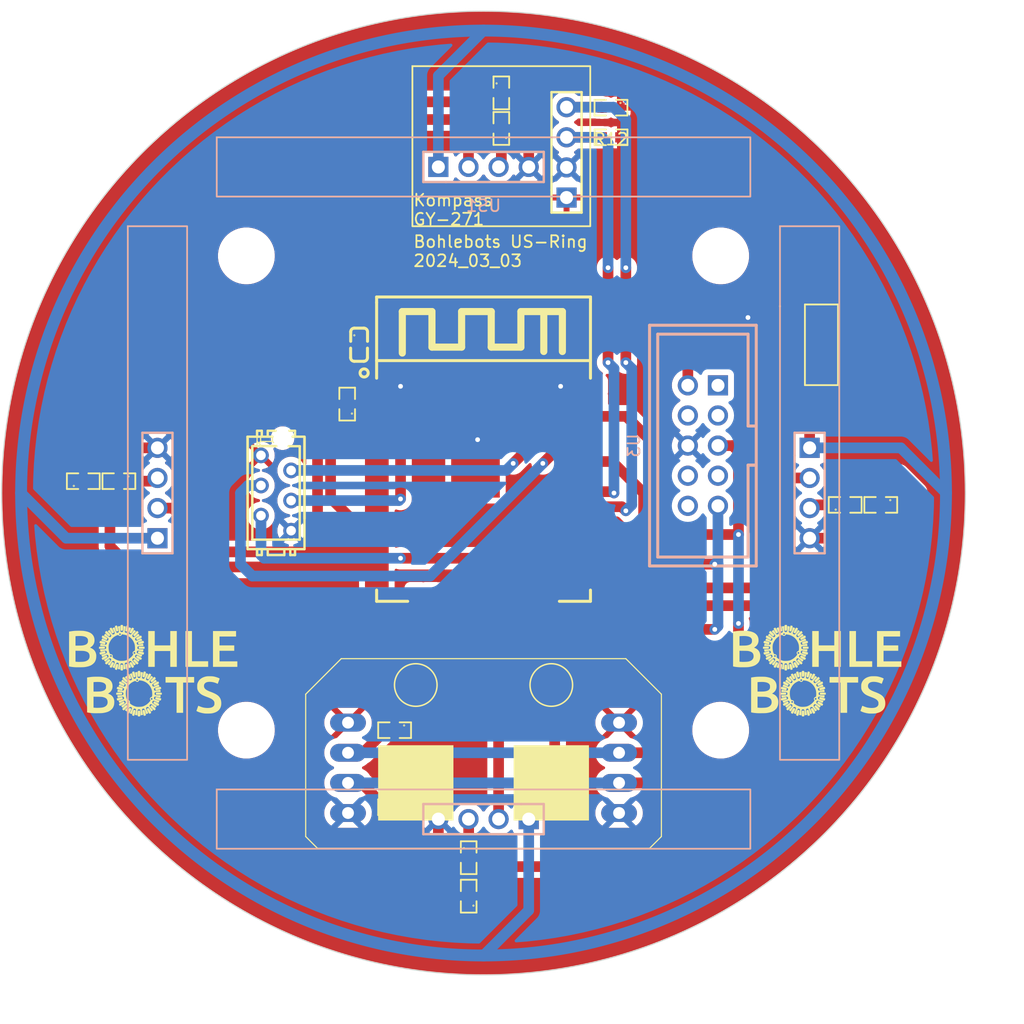
<source format=kicad_pcb>
(kicad_pcb (version 20240108) (generator "pcbnew") (generator_version "8.0")
  (layers (0 "F.Cu" signal) (31 "B.Cu" signal) (34 "B.Paste" user) (35 "F.Paste" user) (36 "B.SilkS" user "B.Silkscreen") (37 "F.SilkS" user "F.Silkscreen") (38 "B.Mask" user) (39 "F.Mask" user) (44 "Edge.Cuts" user))
  (net 0 "")
  (net 10 "Clock2")
  (net 13 "GND")
  (net 14 "+3.3V")
  (net 15 "EN")
  (net 16 "Boot")
  (net 17 "Data")
  (net 18 "RX")
  (net 19 "TX")
  (net 20 "Clock")
  (net 21 "Data2")
  (net 22 "Trigger1")
  (net 29 "Trigger2")
  (net 30 "Trigger3")
  (net 32 "Trigger4")
  (net 33 "Echo3")
  (net 34 "Echo2")
  (net 36 "+5V")
  (net 43 "Echo4")
  (net 44 "Echo1")
  (net 45 "Net-(R5-Pad1)")
  (net 46 "Net-(R6-Pad1)")
  (net 47 "Net-(R9-Pad1)")
  (net 48 "Net-(R11-Pad1)")
  (footprint "BohleBots:R0603" (layer "F.Cu") (at 160.753366 70 180)
    (property "Reference" "R13" (hide yes))
    (property "Value" "10k")
    (pad "1" smd rect (at -0.753366 0 180) (size 0.806477 0.864008) (layers "F.Cu" "F.Paste" "F.Mask") (net 14 "+3.3V"))
    (pad "2" smd rect (at 0.753366 0 180) (size 0.806477 0.864008) (layers "F.Cu" "F.Paste" "F.Mask") (net 10 "Clock2"))
  )
  (footprint "BohleBots:R0603" (layer "F.Cu") (at 160.746634 67.5 180)
    (property "Reference" "R12" (at 0 -2.660605 180) (layer "F.SilkS"))
    (property "Value" "10k")
    (pad "1" smd rect (at -0.753366 0 180) (size 0.806477 0.864008) (layers "F.Cu" "F.Paste" "F.Mask") (net 14 "+3.3V"))
    (pad "2" smd rect (at 0.753366 0 180) (size 0.806477 0.864008) (layers "F.Cu" "F.Paste" "F.Mask") (net 21 "Data2"))
  )
  (footprint "BohleBots:MICROMATCH-6" (layer "F.Cu") (at 132.5 100 90)
    (property "Reference" "X2" (hide yes))
    (property "Value" "MICROMATCH-6")
    (pad "" np_thru_hole circle (at 4.63 0.55 90) (size 1.5 1.5) (drill 1.5) (layers "*.Cu" "*.Mask"))
    (pad "1" thru_hole circle (at 3.175 -1.27 90) (size 1.3208 1.3208) (drill 0.8128) (layers "*.Cu" "*.Mask") (net 14 "+3.3V"))
    (pad "2" thru_hole circle (at 1.905 1.27 90) (size 1.3208 1.3208) (drill 0.8128) (layers "*.Cu" "*.Mask") (net 19 "TX"))
    (pad "3" thru_hole circle (at 0.635 -1.27 90) (size 1.3208 1.3208) (drill 0.8128) (layers "*.Cu" "*.Mask") (net 18 "RX"))
    (pad "4" thru_hole circle (at -0.635 1.27 90) (size 1.3208 1.3208) (drill 0.8128) (layers "*.Cu" "*.Mask") (net 15 "EN"))
    (pad "5" thru_hole circle (at -1.905 -1.27 90) (size 1.3208 1.3208) (drill 0.8128) (layers "*.Cu" "*.Mask") (net 16 "Boot"))
    (pad "6" thru_hole circle (at -3.175 1.27 90) (size 1.3208 1.3208) (drill 0.8128) (layers "*.Cu" "*.Mask") (net 13 "GND"))
  )
  (footprint "BohleBots:MountingHole_4.3mm_M4" (layer "F.Cu") (at 170 80)
    (property "Reference" "H2" (hide yes))
    (property "Value" "MountingHole")
    (pad "" np_thru_hole circle (at 0 0) (size 4.3 4.3) (drill 4.3) (layers "*.Cu" "*.Mask"))
  )
  (footprint "BohleBots:R0603" (layer "F.Cu") (at 151.5 69.253366 90)
    (property "Reference" "R11" (hide yes))
    (property "Value" "SMD-1K8")
    (pad "1" smd rect (at -0.753366 0 90) (size 0.806477 0.864008) (layers "F.Cu" "F.Paste" "F.Mask") (net 48 "Net-(R11-Pad1)"))
    (pad "2" smd rect (at 0.753366 0 90) (size 0.806477 0.864008) (layers "F.Cu" "F.Paste" "F.Mask") (net 44 "Echo1"))
  )
  (footprint "BohleBots:R0603" (layer "F.Cu") (at 138.5 92.5 90)
    (property "Reference" "R1" (hide yes))
    (property "Value" "10k")
    (pad "1" smd rect (at -0.753366 0 90) (size 0.806477 0.864008) (layers "F.Cu" "F.Paste" "F.Mask") (net 15 "EN"))
    (pad "2" smd rect (at 0.753366 0 90) (size 0.806477 0.864008) (layers "F.Cu" "F.Paste" "F.Mask") (net 14 "+3.3V"))
  )
  (footprint "BohleBots:R0603" (layer "F.Cu") (at 183.5 101 180)
    (property "Reference" "R7" (hide yes))
    (property "Value" "SMD-3K3")
    (pad "1" smd rect (at -0.753366 0 180) (size 0.806477 0.864008) (layers "F.Cu" "F.Paste" "F.Mask") (net 13 "GND"))
    (pad "2" smd rect (at 0.753366 0 180) (size 0.806477 0.864008) (layers "F.Cu" "F.Paste" "F.Mask") (net 34 "Echo2"))
  )
  (footprint "BohleBots:R0603" (layer "F.Cu") (at 142.5 120 180)
    (property "Reference" "R2" (at 0 -2.660605 180) (layer "F.SilkS"))
    (property "Value" "10k")
    (pad "1" smd rect (at -0.753366 0 180) (size 0.806477 0.864008) (layers "F.Cu" "F.Paste" "F.Mask") (net 14 "+3.3V"))
    (pad "2" smd rect (at 0.753366 0 180) (size 0.806477 0.864008) (layers "F.Cu" "F.Paste" "F.Mask") (net 17 "Data"))
  )
  (footprint "BohleBots:C0603" (layer "F.Cu") (at 139.5 87.5 -90)
    (property "Reference" "C2" (hide yes))
    (property "Value" "SMD-1uF")
    (pad "1" smd rect (at -0.700025 0 270) (size 0.8 0.9) (layers "F.Cu" "F.Paste" "F.Mask") (net 14 "+3.3V"))
    (pad "2" smd rect (at 0.700025 0 270) (size 0.8 0.9) (layers "F.Cu" "F.Paste" "F.Mask") (net 13 "GND"))
  )
  (footprint "BohleBots:logo_klein" (layer "F.Cu") (at 178 115)
    (property "Reference" "G***" (hide yes))
    (property "Value" "LOGO" (hide yes))
  )
  (footprint "BohleBots:logo_klein" (layer "F.Cu") (at 122 115)
    (property "Reference" "G***" (hide yes))
    (property "Value" "LOGO" (hide yes))
  )
  (footprint "BohleBots:MountingHole_4.3mm_M4" (layer "F.Cu") (at 130 80)
    (property "Reference" "H3" (hide yes))
    (property "Value" "MountingHole")
    (pad "" np_thru_hole circle (at 0 0) (size 4.3 4.3) (drill 4.3) (layers "*.Cu" "*.Mask"))
  )
  (footprint "BohleBots:SOT-223_L6.5-W3.5-P2.30-LS7.0-BR" (layer "F.Cu") (at 178.5 87.5 180)
    (property "Reference" "U2" (hide yes))
    (property "Value" "LM1117IMPX-3_3_NOPB")
    (pad "1" smd rect (at 2.857506 2.299975 180) (size 2.464999 1.050013) (layers "F.Cu" "F.Paste" "F.Mask") (net 13 "GND"))
    (pad "2" smd rect (at 2.857506 0 180) (size 2.464999 1.050013) (layers "F.Cu" "F.Paste" "F.Mask") (net 14 "+3.3V"))
    (pad "3" smd rect (at 2.857506 -2.299975 180) (size 2.464999 1.050013) (layers "F.Cu" "F.Paste" "F.Mask") (net 36 "+5V"))
    (pad "4" smd rect (at -2.857506 0 180) (size 2.464999 3.540005) (layers "F.Cu" "F.Paste" "F.Mask") (net 14 "+3.3V"))
  )
  (footprint "BohleBots:WIFIM-SMD_ESP32-WROOM-32-N4" (layer "F.Cu") (at 150 100)
    (property "Reference" "U1" (hide yes))
    (property "Value" "ESP32-WROOM-32")
    (pad "1" smd rect (at -9.000025 -9.005131) (size 2 0.9) (layers "F.Cu" "F.Paste" "F.Mask") (net 13 "GND"))
    (pad "2" smd rect (at -9.000025 -7.735128) (size 2 0.9) (layers "F.Cu" "F.Paste" "F.Mask") (net 14 "+3.3V"))
    (pad "3" smd rect (at -9.000025 -6.465126) (size 2 0.9) (layers "F.Cu" "F.Paste" "F.Mask") (net 15 "EN"))
    (pad "4" smd rect (at -9.000025 -5.195123) (size 2 0.9) (layers "F.Cu" "F.Paste" "F.Mask"))
    (pad "5" smd rect (at -9.000025 -3.925121) (size 2 0.9) (layers "F.Cu" "F.Paste" "F.Mask"))
    (pad "6" smd rect (at -9.000025 -2.655118) (size 2 0.9) (layers "F.Cu" "F.Paste" "F.Mask"))
    (pad "7" smd rect (at -9.000025 -1.385116) (size 2 0.9) (layers "F.Cu" "F.Paste" "F.Mask"))
    (pad "8" smd rect (at -9.000025 -0.115113) (size 2 0.9) (layers "F.Cu" "F.Paste" "F.Mask"))
    (pad "9" smd rect (at -9.000025 1.15489) (size 2 0.9) (layers "F.Cu" "F.Paste" "F.Mask"))
    (pad "10" smd rect (at -9.000025 2.424892) (size 2 0.9) (layers "F.Cu" "F.Paste" "F.Mask") (net 22 "Trigger1"))
    (pad "11" smd rect (at -9.000025 3.694895) (size 2 0.9) (layers "F.Cu" "F.Paste" "F.Mask") (net 44 "Echo1"))
    (pad "12" smd rect (at -9.000025 4.964897) (size 2 0.9) (layers "F.Cu" "F.Paste" "F.Mask") (net 32 "Trigger4"))
    (pad "13" smd rect (at -9.000025 6.2349) (size 2 0.9) (layers "F.Cu" "F.Paste" "F.Mask") (net 43 "Echo4"))
    (pad "14" smd rect (at -9.000025 7.504902) (size 2 0.9) (layers "F.Cu" "F.Paste" "F.Mask"))
    (pad "15" smd rect (at -5.715037 9.005029 270) (size 2 0.9) (layers "F.Cu" "F.Paste" "F.Mask"))
    (pad "16" smd rect (at -4.445034 9.005029 270) (size 2 0.9) (layers "F.Cu" "F.Paste" "F.Mask"))
    (pad "17" smd rect (at -3.175032 9.005029 270) (size 2 0.9) (layers "F.Cu" "F.Paste" "F.Mask"))
    (pad "18" smd rect (at -1.905029 9.005029 270) (size 2 0.9) (layers "F.Cu" "F.Paste" "F.Mask"))
    (pad "19" smd rect (at -0.635027 9.005029 270) (size 2 0.9) (layers "F.Cu" "F.Paste" "F.Mask"))
    (pad "20" smd rect (at 0.634976 9.005029 270) (size 2 0.9) (layers "F.Cu" "F.Paste" "F.Mask"))
    (pad "21" smd rect (at 1.904978 9.005029 270) (size 2 0.9) (layers "F.Cu" "F.Paste" "F.Mask"))
    (pad "22" smd rect (at 3.174981 9.005029 270) (size 2 0.9) (layers "F.Cu" "F.Paste" "F.Mask"))
    (pad "23" smd rect (at 4.444983 9.005029 270) (size 2 0.9) (layers "F.Cu" "F.Paste" "F.Mask"))
    (pad "24" smd rect (at 5.714986 9.005029 270) (size 2 0.9) (layers "F.Cu" "F.Paste" "F.Mask"))
    (pad "25" smd rect (at 8.999975 7.504902) (size 2 0.9) (layers "F.Cu" "F.Paste" "F.Mask") (net 16 "Boot"))
    (pad "26" smd rect (at 8.999975 6.2349) (size 2 0.9) (layers "F.Cu" "F.Paste" "F.Mask") (net 30 "Trigger3"))
    (pad "27" smd rect (at 8.999975 4.964897) (size 2 0.9) (layers "F.Cu" "F.Paste" "F.Mask") (net 33 "Echo3"))
    (pad "28" smd rect (at 8.999975 3.694895) (size 2 0.9) (layers "F.Cu" "F.Paste" "F.Mask") (net 34 "Echo2"))
    (pad "29" smd rect (at 8.999975 2.424892) (size 2 0.9) (layers "F.Cu" "F.Paste" "F.Mask") (net 29 "Trigger2"))
    (pad "30" smd rect (at 8.999975 1.15489) (size 2 0.9) (layers "F.Cu" "F.Paste" "F.Mask") (net 21 "Data2"))
    (pad "31" smd rect (at 8.999975 -0.115113) (size 2 0.9) (layers "F.Cu" "F.Paste" "F.Mask") (net 10 "Clock2"))
    (pad "32" smd rect (at 8.999975 -1.385116) (size 2 0.9) (layers "F.Cu" "F.Paste" "F.Mask"))
    (pad "33" smd rect (at 8.999975 -2.655118) (size 2 0.9) (layers "F.Cu" "F.Paste" "F.Mask") (net 17 "Data"))
    (pad "34" smd rect (at 8.999975 -3.925121) (size 2 0.9) (layers "F.Cu" "F.Paste" "F.Mask") (net 18 "RX"))
    (pad "35" smd rect (at 8.999975 -5.195123) (size 2 0.9) (layers "F.Cu" "F.Paste" "F.Mask") (net 19 "TX"))
    (pad "36" smd rect (at 8.999975 -6.465126) (size 2 0.9) (layers "F.Cu" "F.Paste" "F.Mask") (net 20 "Clock"))
    (pad "37" smd rect (at 8.999975 -7.735128) (size 2 0.9) (layers "F.Cu" "F.Paste" "F.Mask"))
    (pad "38" smd rect (at 8.999975 -9.005131) (size 2 0.9) (layers "F.Cu" "F.Paste" "F.Mask") (net 13 "GND"))
    (pad "39" smd rect (at -0.679985 -1.66477) (size 4.1 4.1) (layers "F.Cu" "F.Paste" "F.Mask") (net 13 "GND"))
  )
  (footprint "BohleBots:R0603" (layer "F.Cu") (at 119.246634 99 180)
    (property "Reference" "R9" (hide yes))
    (property "Value" "SMD-1K8")
    (pad "1" smd rect (at -0.753366 0 180) (size 0.806477 0.864008) (layers "F.Cu" "F.Paste" "F.Mask") (net 47 "Net-(R9-Pad1)"))
    (pad "2" smd rect (at 0.753366 0 180) (size 0.806477 0.864008) (layers "F.Cu" "F.Paste" "F.Mask") (net 43 "Echo4"))
  )
  (footprint "BohleBots:R0603" (layer "F.Cu") (at 151.5 66.253366 -90)
    (property "Reference" "R10" (hide yes))
    (property "Value" "SMD-3K3")
    (pad "1" smd rect (at -0.753366 0 270) (size 0.806477 0.864008) (layers "F.Cu" "F.Paste" "F.Mask") (net 13 "GND"))
    (pad "2" smd rect (at 0.753366 0 270) (size 0.806477 0.864008) (layers "F.Cu" "F.Paste" "F.Mask") (net 44 "Echo1"))
  )
  (footprint "BohleBots:R0603" (layer "F.Cu") (at 180.5 101)
    (property "Reference" "R6" (hide yes))
    (property "Value" "SMD-1K8")
    (pad "1" smd rect (at -0.753366 0) (size 0.806477 0.864008) (layers "F.Cu" "F.Paste" "F.Mask") (net 46 "Net-(R6-Pad1)"))
    (pad "2" smd rect (at 0.753366 0) (size 0.806477 0.864008) (layers "F.Cu" "F.Paste" "F.Mask") (net 34 "Echo2"))
  )
  (footprint "BohleBots:MountingHole_4.3mm_M4" (layer "F.Cu") (at 170 120)
    (property "Reference" "H4" (hide yes))
    (property "Value" "MountingHole")
    (pad "" np_thru_hole circle (at 0 0) (size 4.3 4.3) (drill 4.3) (layers "*.Cu" "*.Mask"))
  )
  (footprint "BohleBots:R0603" (layer "F.Cu") (at 148.746634 134 90)
    (property "Reference" "R4" (hide yes))
    (property "Value" "SMD-3K3")
    (pad "1" smd rect (at -0.753366 0 90) (size 0.806477 0.864008) (layers "F.Cu" "F.Paste" "F.Mask") (net 13 "GND"))
    (pad "2" smd rect (at 0.753366 0 90) (size 0.806477 0.864008) (layers "F.Cu" "F.Paste" "F.Mask") (net 33 "Echo3"))
  )
  (footprint "BohleBots:R0603" (layer "F.Cu") (at 142.5 126.5 180)
    (property "Reference" "R3" (hide yes))
    (property "Value" "10k")
    (pad "1" smd rect (at -0.753366 0 180) (size 0.806477 0.864008) (layers "F.Cu" "F.Paste" "F.Mask") (net 14 "+3.3V"))
    (pad "2" smd rect (at 0.753366 0 180) (size 0.806477 0.864008) (layers "F.Cu" "F.Paste" "F.Mask") (net 20 "Clock"))
  )
  (footprint "BohleBots:HDR-TH_4P-P2.54-V-M-1" (layer "F.Cu") (at 157 71.270003 90)
    (property "Reference" "Komp1" (hide yes))
    (property "Value" "Pinhead_1x04V")
    (pad "1" thru_hole rect (at -3.810008 0 90) (size 1.7 1.7) (drill 1.100025) (layers "*.Cu" "*.Mask") (net 14 "+3.3V"))
    (pad "2" thru_hole circle (at -1.270003 0 90) (size 1.7 1.7) (drill 1.100025) (layers "*.Cu" "*.Mask") (net 13 "GND"))
    (pad "3" thru_hole circle (at 1.270003 0 90) (size 1.7 1.7) (drill 1.100025) (layers "*.Cu" "*.Mask") (net 10 "Clock2"))
    (pad "4" thru_hole circle (at 3.810008 0 90) (size 1.7 1.7) (drill 1.100025) (layers "*.Cu" "*.Mask") (net 21 "Data2"))
  )
  (footprint "BohleBots:R0603" (layer "F.Cu") (at 148.746634 130.753366 -90)
    (property "Reference" "R5" (hide yes))
    (property "Value" "SMD-1K8")
    (pad "1" smd rect (at -0.753366 0 270) (size 0.806477 0.864008) (layers "F.Cu" "F.Paste" "F.Mask") (net 45 "Net-(R5-Pad1)"))
    (pad "2" smd rect (at 0.753366 0 270) (size 0.806477 0.864008) (layers "F.Cu" "F.Paste" "F.Mask") (net 33 "Echo3"))
  )
  (footprint "BohleBots:TASTER_LED" (layer "F.Cu") (at 150 120)
    (property "Reference" "Taster_LED1" (hide yes))
    (property "Value" "~" (hide yes))
    (pad "1" thru_hole oval (at -11.43 -0.635) (size 3.016 1.508) (drill 1) (layers "*.Cu" "*.Mask") (net 14 "+3.3V"))
    (pad "2" thru_hole oval (at -11.43 1.905) (size 3.016 1.508) (drill 1) (layers "*.Cu" "*.Mask") (net 17 "Data"))
    (pad "3" thru_hole oval (at -11.43 4.445) (size 3.016 1.508) (drill 1) (layers "*.Cu" "*.Mask") (net 20 "Clock"))
    (pad "4" thru_hole oval (at -11.43 6.985) (size 3.016 1.508) (drill 1) (layers "*.Cu" "*.Mask") (net 13 "GND"))
    (pad "5" thru_hole oval (at 11.43 6.985) (size 3.016 1.508) (drill 1) (layers "*.Cu" "*.Mask") (net 13 "GND"))
    (pad "6" thru_hole oval (at 11.43 4.445) (size 3.016 1.508) (drill 1) (layers "*.Cu" "*.Mask") (net 20 "Clock"))
    (pad "7" thru_hole oval (at 11.43 1.905) (size 3.016 1.508) (drill 1) (layers "*.Cu" "*.Mask") (net 17 "Data"))
    (pad "8" thru_hole oval (at 11.43 -0.635) (size 3.016 1.508) (drill 1) (layers "*.Cu" "*.Mask") (net 14 "+3.3V"))
  )
  (footprint "BohleBots:R0603" (layer "F.Cu") (at 116.246634 99)
    (property "Reference" "R8" (hide yes))
    (property "Value" "SMD-3K3")
    (pad "1" smd rect (at -0.753366 0) (size 0.806477 0.864008) (layers "F.Cu" "F.Paste" "F.Mask") (net 13 "GND"))
    (pad "2" smd rect (at 0.753366 0) (size 0.806477 0.864008) (layers "F.Cu" "F.Paste" "F.Mask") (net 43 "Echo4"))
  )
  (footprint "BohleBots:MountingHole_4.3mm_M4" (layer "F.Cu") (at 130 120)
    (property "Reference" "H1" (hide yes))
    (property "Value" "MountingHole")
    (pad "" np_thru_hole circle (at 0 0) (size 4.3 4.3) (drill 4.3) (layers "*.Cu" "*.Mask"))
  )
  (footprint "BohleBots:HDR-TH_4P-P2.54-V-M-1" (layer "B.Cu") (at 122.5 100 90)
    (property "Reference" "US4" (hide yes))
    (property "Value" "Pinhead_1x04V")
    (pad "1" thru_hole rect (at -3.810008 0 90) (size 1.7 1.7) (drill 1.100025) (layers "*.Cu" "*.Mask") (net 36 "+5V"))
    (pad "2" thru_hole circle (at -1.270003 0 90) (size 1.7 1.7) (drill 1.100025) (layers "*.Cu" "*.Mask") (net 32 "Trigger4"))
    (pad "3" thru_hole circle (at 1.270003 0 90) (size 1.7 1.7) (drill 1.100025) (layers "*.Cu" "*.Mask") (net 47 "Net-(R9-Pad1)"))
    (pad "4" thru_hole circle (at 3.810008 0 90) (size 1.7 1.7) (drill 1.100025) (layers "*.Cu" "*.Mask") (net 13 "GND"))
  )
  (footprint "BohleBots:HDR-TH_4P-P2.54-V-M-1" (layer "B.Cu") (at 177.5 100 -90)
    (property "Reference" "US2" (hide yes))
    (property "Value" "Pinhead_1x04V")
    (pad "1" thru_hole rect (at -3.810008 0 270) (size 1.7 1.7) (drill 1.100025) (layers "*.Cu" "*.Mask") (net 36 "+5V"))
    (pad "2" thru_hole circle (at -1.270003 0 270) (size 1.7 1.7) (drill 1.100025) (layers "*.Cu" "*.Mask") (net 29 "Trigger2"))
    (pad "3" thru_hole circle (at 1.270003 0 270) (size 1.7 1.7) (drill 1.100025) (layers "*.Cu" "*.Mask") (net 46 "Net-(R6-Pad1)"))
    (pad "4" thru_hole circle (at 3.810008 0 270) (size 1.7 1.7) (drill 1.100025) (layers "*.Cu" "*.Mask") (net 13 "GND"))
  )
  (footprint "BohleBots:HDR-TH_10P-P2.54-V-F-R2-C5-S2.54-5" (layer "B.Cu") (at 168.5 96 -90)
    (property "Reference" "U3" (at 0 5.810008 90) (layer "B.SilkS") (effects (justify mirror)))
    (property "Value" "Pfostenstecker_10_2x5")
    (pad "1" thru_hole rect (at -5.08001 -1.270003 270) (size 1.7 1.7) (drill 1.100025) (layers "*.Cu" "*.Mask"))
    (pad "2" thru_hole circle (at -5.08001 1.270003 270) (size 1.7 1.7) (drill 1.100025) (layers "*.Cu" "*.Mask") (net 36 "+5V"))
    (pad "3" thru_hole circle (at -2.540005 -1.270003 270) (size 1.7 1.7) (drill 1.100025) (layers "*.Cu" "*.Mask"))
    (pad "4" thru_hole circle (at -2.540005 1.270003 270) (size 1.7 1.7) (drill 1.100025) (layers "*.Cu" "*.Mask"))
    (pad "5" thru_hole circle (at 0 -1.270003 270) (size 1.7 1.7) (drill 1.100025) (layers "*.Cu" "*.Mask") (net 20 "Clock"))
    (pad "6" thru_hole circle (at 0 1.270003 270) (size 1.7 1.7) (drill 1.100025) (layers "*.Cu" "*.Mask") (net 13 "GND"))
    (pad "7" thru_hole circle (at 2.540005 -1.270003 270) (size 1.7 1.7) (drill 1.100025) (layers "*.Cu" "*.Mask"))
    (pad "8" thru_hole circle (at 2.540005 1.270003 270) (size 1.7 1.7) (drill 1.100025) (layers "*.Cu" "*.Mask"))
    (pad "9" thru_hole circle (at 5.08001 -1.270003 270) (size 1.7 1.7) (drill 1.100025) (layers "*.Cu" "*.Mask") (net 17 "Data"))
    (pad "10" thru_hole circle (at 5.08001 1.270003 270) (size 1.7 1.7) (drill 1.100025) (layers "*.Cu" "*.Mask"))
  )
  (footprint "BohleBots:HDR-TH_4P-P2.54-V-M-1" (layer "B.Cu") (at 150 127.5 180)
    (property "Reference" "US3" (hide yes))
    (property "Value" "Pinhead_1x04V")
    (pad "1" thru_hole rect (at -3.810008 0 180) (size 1.7 1.7) (drill 1.100025) (layers "*.Cu" "*.Mask") (net 36 "+5V"))
    (pad "2" thru_hole circle (at -1.270003 0 180) (size 1.7 1.7) (drill 1.100025) (layers "*.Cu" "*.Mask") (net 30 "Trigger3"))
    (pad "3" thru_hole circle (at 1.270003 0 180) (size 1.7 1.7) (drill 1.100025) (layers "*.Cu" "*.Mask") (net 45 "Net-(R5-Pad1)"))
    (pad "4" thru_hole circle (at 3.810008 0 180) (size 1.7 1.7) (drill 1.100025) (layers "*.Cu" "*.Mask") (net 13 "GND"))
  )
  (footprint "BohleBots:HDR-TH_4P-P2.54-V-M-1" (layer "B.Cu") (at 150 72.5)
    (property "Reference" "US1" (at 0 3.270003 0) (layer "B.SilkS") (effects (justify mirror)))
    (property "Value" "Pinhead_1x04V")
    (pad "1" thru_hole rect (at -3.810008 0) (size 1.7 1.7) (drill 1.100025) (layers "*.Cu" "*.Mask") (net 36 "+5V"))
    (pad "2" thru_hole circle (at -1.270003 0) (size 1.7 1.7) (drill 1.100025) (layers "*.Cu" "*.Mask") (net 22 "Trigger1"))
    (pad "3" thru_hole circle (at 1.270003 0) (size 1.7 1.7) (drill 1.100025) (layers "*.Cu" "*.Mask") (net 48 "Net-(R11-Pad1)"))
    (pad "4" thru_hole circle (at 3.810008 0) (size 1.7 1.7) (drill 1.100025) (layers "*.Cu" "*.Mask") (net 13 "GND"))
  )
  (gr_arc (start 189 100) (mid 177.577164 127.577164) (end 150 139) (stroke (width 1)) (layer "B.Cu") (net 36))
  (gr_arc (start 150 139) (mid 122.422836 127.577164) (end 111 100) (stroke (width 1)) (layer "B.Cu") (net 36))
  (gr_arc (start 150 61) (mid 177.577164 72.422836) (end 189 100) (stroke (width 1)) (layer "B.Cu") (net 36))
  (gr_arc (start 111 100) (mid 122.422836 72.422836) (end 150 61) (stroke (width 1)) (layer "B.Cu") (net 36))
  (gr_rect (start 127.5 70) (end 172.5 75) (stroke (width 0.15)) (fill none) (layer "B.SilkS"))
  (gr_rect (start 127.5 125) (end 172.5 130) (stroke (width 0.15)) (fill none) (layer "B.SilkS"))
  (gr_rect (start 175 77.5) (end 180 122.5) (stroke (width 0.15)) (fill none) (layer "B.SilkS"))
  (gr_rect (start 120 77.5) (end 125 122.5) (stroke (width 0.15)) (fill none) (layer "B.SilkS"))
  (gr_rect (start 144 64) (end 159 77.5) (stroke (width 0.15)) (fill none) (layer "F.SilkS"))
  (gr_circle (center 150 100) (end 190.64 100) (stroke (width 0.1)) (fill none) (layer "Edge.Cuts"))
  (gr_text "Bohlebots US-Ring\n2024_03_03" (at 144 81 0) (layer "F.SilkS") (effects (font (size 1 1)) (justify left bottom)))
  (gr_text "Kompass\nGY-271" (at 144 77.5 0) (layer "F.SilkS") (effects (font (size 1 1)) (justify left bottom)))
  (segment (start 157 70) (end 160 70) (width 0.9) (layer "F.Cu") (net 10))
  (segment (start 160.884887 99.884887) (end 161 100) (width 0.9) (layer "F.Cu") (net 10))
  (segment (start 158.999975 99.884887) (end 160.884887 99.884887) (width 0.9) (layer "F.Cu") (net 10))
  (segment (start 160.5 81) (end 160.5 89) (width 0.9) (layer "F.Cu") (net 10))
  (via (at 160.5 89) (size 0.8) (drill 0.4) (layers "F.Cu" "B.Cu") (net 10))
  (via (at 161 100) (size 0.8) (drill 0.4) (layers "F.Cu" "B.Cu") (net 10))
  (via (at 160.5 81) (size 0.8) (drill 0.4) (layers "F.Cu" "B.Cu") (net 10))
  (segment (start 157 70) (end 160 70) (width 0.9) (layer "B.Cu") (net 10))
  (segment (start 161 100) (end 161 89.5) (width 0.9) (layer "B.Cu") (net 10))
  (segment (start 160.5 70.5) (end 160.5 81) (width 0.9) (layer "B.Cu") (net 10))
  (segment (start 160 70) (end 160.5 70.5) (width 0.9) (layer "B.Cu") (net 10))
  (segment (start 161 89.5) (end 160.5 89) (width 0.9) (layer "B.Cu") (net 10))
  (segment (start 152.832004 65.5) (end 151.5 65.5) (width 0.9) (layer "F.Cu") (net 13))
  (segment (start 149.320015 95.679985) (end 149.5 95.5) (width 0.9) (layer "F.Cu") (net 13))
  (segment (start 182.775362 103.810008) (end 184.253366 102.332004) (width 0.9) (layer "F.Cu") (net 13))
  (segment (start 116.971272 96.189992) (end 115.493268 97.667996) (width 0.9) (layer "F.Cu") (net 13))
  (segment (start 140.999975 89.2) (end 140 88.200025) (width 0.9) (layer "F.Cu") (net 13))
  (segment (start 140.999975 90.994869) (end 142.994869 90.994869) (width 0.9) (layer "F.Cu") (net 13))
  (segment (start 175.642494 85.200025) (end 172.299975 85.200025) (width 0.9) (layer "F.Cu") (net 13))
  (segment (start 140.999975 90.994869) (end 140.999975 89.2) (width 0.9) (layer "F.Cu") (net 13))
  (segment (start 153.810008 66.478004) (end 152.832004 65.5) (width 0.9) (layer "F.Cu") (net 13))
  (segment (start 146.189992 133.528728) (end 147.41463 134.753366) (width 0.9) (layer "F.Cu") (net 13))
  (segment (start 177.5 103.810008) (end 182.775362 103.810008) (width 0.9) (layer "F.Cu") (net 13))
  (segment (start 146.189992 127.5) (end 146.189992 133.528728) (width 0.9) (layer "F.Cu") (net 13))
  (segment (start 122.5 96.189992) (end 116.971272 96.189992) (width 0.9) (layer "F.Cu") (net 13))
  (segment (start 184.253366 102.332004) (end 184.253366 101) (width 0.9) (layer "F.Cu") (net 13))
  (segment (start 147.41463 134.753366) (end 148.746634 134.753366) (width 0.9) (layer "F.Cu") (net 13))
  (segment (start 115.493268 97.667996) (end 115.493268 99) (width 0.9) (layer "F.Cu") (net 13))
  (segment (start 153.810008 72.5) (end 153.810008 66.478004) (width 0.9) (layer "F.Cu") (net 13))
  (segment (start 156.505131 90.994869) (end 156.5 91) (width 0.9) (layer "F.Cu") (net 13))
  (segment (start 149.320015 98.33523) (end 149.320015 95.679985) (width 0.9) (layer "F.Cu") (net 13))
  (segment (start 158.999975 90.994869) (end 156.505131 90.994869) (width 0.9) (layer "F.Cu") (net 13))
  (segment (start 142.994869 90.994869) (end 143 91) (width 0.9) (layer "F.Cu") (net 13))
  (via (at 149.5 95.5) (size 0.8) (drill 0.4) (layers "F.Cu" "B.Cu") (net 13))
  (via (at 143 91) (size 0.8) (drill 0.4) (layers "F.Cu" "B.Cu") (net 13))
  (via (at 172.299975 85.200025) (size 0.8) (drill 0.4) (layers "F.Cu" "B.Cu") (net 13))
  (via (at 156.5 91) (size 0.8) (drill 0.4) (layers "F.Cu" "B.Cu") (net 13))
  (segment (start 143.764872 92.264872) (end 144 92.5) (width 0.9) (layer "F.Cu") (net 14))
  (segment (start 140.999975 92.264872) (end 143.764872 92.264872) (width 0.9) (layer "F.Cu") (net 14))
  (segment (start 142.479972 93.534874) (end 143 94.054902) (width 0.9) (layer "F.Cu") (net 15))
  (segment (start 143 94.054902) (end 143 100.5) (width 0.9) (layer "F.Cu") (net 15))
  (segment (start 140.999975 93.534874) (end 142.479972 93.534874) (width 0.9) (layer "F.Cu") (net 15))
  (segment (start 140.999975 93.534874) (end 138.781508 93.534874) (width 0.9) (layer "F.Cu") (net 15))
  (segment (start 138.781508 93.534874) (end 138.5 93.253366) (width 0.9) (layer "F.Cu") (net 15))
  (via (at 143 100.5) (size 0.8) (drill 0.4) (layers "F.Cu" "B.Cu") (net 15))
  (segment (start 142.865 100.635) (end 143 100.5) (width 0.9) (layer "B.Cu") (net 15))
  (segment (start 133.77 100.635) (end 142.865 100.635) (width 0.9) (layer "B.Cu") (net 15))
  (segment (start 155.5 105.5) (end 157.504902 107.504902) (width 0.9) (layer "F.Cu") (net 16))
  (segment (start 143 105.5) (end 155.5 105.5) (width 0.9) (layer "F.Cu") (net 16))
  (segment (start 157.504902 107.504902) (end 158.999975 107.504902) (width 0.9) (layer "F.Cu") (net 16))
  (via (at 143 105.5) (size 0.8) (drill 0.4) (layers "F.Cu" "B.Cu") (net 16))
  (segment (start 131.23 105.23) (end 131.5 105.5) (width 0.9) (layer "B.Cu") (net 16))
  (segment (start 131.5 105.5) (end 143 105.5) (width 0.9) (layer "B.Cu") (net 16))
  (segment (start 131.23 101.905) (end 131.23 105.23) (width 0.9) (layer "B.Cu") (net 16))
  (segment (start 164 113.5) (end 166 111.5) (width 0.9) (layer "F.Cu") (net 17))
  (segment (start 166.5 106) (end 169.5 106) (width 0.9) (layer "F.Cu") (net 17))
  (segment (start 160.844882 97.344882) (end 163.5 100) (width 0.9) (layer "F.Cu") (net 17))
  (segment (start 163.5 100) (end 163.5 103) (width 0.9) (layer "F.Cu") (net 17))
  (segment (start 161.43 121.905) (end 163.595 121.905) (width 0.9) (layer "F.Cu") (net 17))
  (segment (start 141.746634 120) (end 139.841634 121.905) (width 0.9) (layer "F.Cu") (net 17))
  (segment (start 163.5 103) (end 166.5 106) (width 0.9) (layer "F.Cu") (net 17))
  (segment (start 164 121.5) (end 164 113.5) (width 0.9) (layer "F.Cu") (net 17))
  (segment (start 139.841634 121.905) (end 138.57 121.905) (width 0.9) (layer "F.Cu") (net 17))
  (segment (start 166 111.5) (end 169.5 111.5) (width 0.9) (layer "F.Cu") (net 17))
  (segment (start 163.595 121.905) (end 164 121.5) (width 0.9) (layer "F.Cu") (net 17))
  (segment (start 158.999975 97.344882) (end 160.844882 97.344882) (width 0.9) (layer "F.Cu") (net 17))
  (via (at 169.5 111.5) (size 0.8) (drill 0.4) (layers "F.Cu" "B.Cu") (net 17))
  (via (at 169.5 106) (size 0.8) (drill 0.4) (layers "F.Cu" "B.Cu") (net 17))
  (segment (start 169.770003 106) (end 169.770003 111.229997) (width 0.9) (layer "B.Cu") (net 17))
  (segment (start 169.770003 101.08001) (end 169.770003 106) (width 0.9) (layer "B.Cu") (net 17))
  (segment (start 161.43 121.905) (end 138.57 121.905) (width 0.9) (layer "B.Cu") (net 17))
  (segment (start 169.5 106) (end 169.770003 106) (width 0.9) (layer "B.Cu") (net 17))
  (segment (start 169.770003 111.229997) (end 169.5 111.5) (width 0.9) (layer "B.Cu") (net 17))
  (segment (start 158.999975 96.074879) (end 156.425121 96.074879) (width 0.9) (layer "F.Cu") (net 18))
  (segment (start 156.425121 96.074879) (end 155 97.5) (width 0.9) (layer "F.Cu") (net 18))
  (via (at 155 97.5) (size 0.8) (drill 0.4) (layers "F.Cu" "B.Cu") (net 18))
  (segment (start 130.5 107) (end 145.5 107) (width 0.9) (layer "B.Cu") (net 18))
  (segment (start 130.135 99.365) (end 129.5 100) (width 0.9) (layer "B.Cu") (net 18))
  (segment (start 129.5 106) (end 130.5 107) (width 0.9) (layer "B.Cu") (net 18))
  (segment (start 131.23 99.365) (end 130.135 99.365) (width 0.9) (layer "B.Cu") (net 18))
  (segment (start 145.5 107) (end 155 97.5) (width 0.9) (layer "B.Cu") (net 18))
  (segment (start 129.5 100) (end 129.5 106) (width 0.9) (layer "B.Cu") (net 18))
  (segment (start 158.999975 94.804877) (end 155.195123 94.804877) (width 0.9) (layer "F.Cu") (net 19))
  (segment (start 155.195123 94.804877) (end 152.5 97.5) (width 0.9) (layer "F.Cu") (net 19))
  (via (at 152.5 97.5) (size 0.8) (drill 0.4) (layers "F.Cu" "B.Cu") (net 19))
  (segment (start 151.905 98.095) (end 152.5 97.5) (width 0.9) (layer "B.Cu") (net 19))
  (segment (start 133.77 98.095) (end 151.905 98.095) (width 0.9) (layer "B.Cu") (net 19))
  (segment (start 139.691634 124.445) (end 138.57 124.445) (width 0.9) (layer "F.Cu") (net 20))
  (segment (start 170.5 113.5) (end 166.5 113.5) (width 0.9) (layer "F.Cu") (net 20))
  (segment (start 165.1 123.4) (end 164.055 124.445) (width 0.9) (layer "F.Cu") (net 20))
  (segment (start 166 103.5) (end 171.5 103.5) (width 0.9) (layer "F.Cu") (net 20))
  (segment (start 169.770003 96) (end 171 96) (width 0.9) (layer "F.Cu") (net 20))
  (segment (start 165.1 114.9) (end 165.1 123.4) (width 0.9) (layer "F.Cu") (net 20))
  (segment (start 162.034874 93.534874) (end 165 96.5) (width 0.9) (layer "F.Cu") (net 20))
  (segment (start 171.5 96.5) (end 171.5 103.5) (width 0.9) (layer "F.Cu") (net 20))
  (segment (start 171.5 111) (end 171.5 112.5) (width 0.9) (layer "F.Cu") (net 20))
  (segment (start 141.746634 126.5) (end 139.691634 124.445) (width 0.9) (layer "F.Cu") (net 20))
  (segment (start 166.5 113.5) (end 165.1 114.9) (width 0.9) (layer "F.Cu") (net 20))
  (segment (start 165 96.5) (end 165 102.5) (width 0.9) (layer "F.Cu") (net 20))
  (segment (start 171 96) (end 171.5 96.5) (width 0.9) (layer "F.Cu") (net 20))
  (segment (start 158.999975 93.534874) (end 162.034874 93.534874) (width 0.9) (layer "F.Cu") (net 20))
  (segment (start 164.055 124.445) (end 161.43 124.445) (width 0.9) (layer "F.Cu") (net 20))
  (segment (start 171.5 112.5) (end 170.5 113.5) (width 0.9) (layer "F.Cu") (net 20))
  (segment (start 165 102.5) (end 166 103.5) (width 0.9) (layer "F.Cu") (net 20))
  (via (at 171.5 103.5) (size 0.8) (drill 0.4) (layers "F.Cu" "B.Cu") (net 20))
  (via (at 171.5 111) (size 0.8) (drill 0.4) (layers "F.Cu" "B.Cu") (net 20))
  (segment (start 161.43 124.445) (end 138.57 124.445) (width 0.9) (layer "B.Cu") (net 20))
  (segment (start 171.5 103.5) (end 171.5 111) (width 0.9) (layer "B.Cu") (net 20))
  (segment (start 161.65489 101.15489) (end 162 101.5) (width 0.9) (layer "F.Cu") (net 21))
  (segment (start 157 67.459995) (end 159.953263 67.459995) (width 0.9) (layer "F.Cu") (net 21))
  (segment (start 159.953263 67.459995) (end 159.993268 67.5) (width 0.9) (layer "F.Cu") (net 21))
  (segment (start 158.999975 101.15489) (end 161.65489 101.15489) (width 0.9) (layer "F.Cu") (net 21))
  (segment (start 162 81) (end 162 89) (width 0.9) (layer "F.Cu") (net 21))
  (via (at 162 81) (size 0.8) (drill 0.4) (layers "F.Cu" "B.Cu") (net 21))
  (via (at 162 89) (size 0.8) (drill 0.4) (layers "F.Cu" "B.Cu") (net 21))
  (via (at 162 101.5) (size 0.8) (drill 0.4) (layers "F.Cu" "B.Cu") (net 21))
  (segment (start 162.5 89.5) (end 162 89) (width 0.9) (layer "B.Cu") (net 21))
  (segment (start 157 67.459995) (end 160.959995 67.459995) (width 0.9) (layer "B.Cu") (net 21))
  (segment (start 162 68.5) (end 162 81) (width 0.9) (layer "B.Cu") (net 21))
  (segment (start 160.959995 67.459995) (end 162 68.5) (width 0.9) (layer "B.Cu") (net 21))
  (segment (start 162.5 101) (end 162.5 89.5) (width 0.9) (layer "B.Cu") (net 21))
  (segment (start 162 101.5) (end 162.5 101) (width 0.9) (layer "B.Cu") (net 21))
  (segment (start 148.729997 69.229997) (end 148.729997 72.5) (width 0.9) (layer "F.Cu") (net 22))
  (segment (start 140.999975 102.424892) (end 139.099975 102.424892) (width 0.9) (layer "F.Cu") (net 22))
  (segment (start 137.1 94.5) (end 135.1 92.5) (width 0.9) (layer "F.Cu") (net 22))
  (segment (start 138 68.5) (end 148 68.5) (width 0.9) (layer "F.Cu") (net 22))
  (segment (start 135.1 86) (end 137.5 83.6) (width 0.9) (layer "F.Cu") (net 22))
  (segment (start 135.1 92.5) (end 135.1 86) (width 0.9) (layer "F.Cu") (net 22))
  (segment (start 148 68.5) (end 148.729997 69.229997) (width 0.9) (layer "F.Cu") (net 22))
  (segment (start 137.5 69) (end 138 68.5) (width 0.9) (layer "F.Cu") (net 22))
  (segment (start 139.099975 102.424892) (end 137.1 100.424917) (width 0.9) (layer "F.Cu") (net 22))
  (segment (start 137.1 100.424917) (end 137.1 94.5) (width 0.9) (layer "F.Cu") (net 22))
  (segment (start 137.5 83.6) (end 137.5 69) (width 0.9) (layer "F.Cu") (net 22))
  (segment (start 161.185606 102.424892) (end 166.760714 108) (width 0.9) (layer "F.Cu") (net 29))
  (segment (start 158.999975 102.424892) (end 161.185606 102.424892) (width 0.9) (layer "F.Cu") (net 29))
  (segment (start 175.5 106.5) (end 175.5 99) (width 0.9) (layer "F.Cu") (net 29))
  (segment (start 174 108) (end 175.5 106.5) (width 0.9) (layer "F.Cu") (net 29))
  (segment (start 175.5 99) (end 175.770003 98.729997) (width 0.9) (layer "F.Cu") (net 29))
  (segment (start 175.770003 98.729997) (end 177.5 98.729997) (width 0.9) (layer "F.Cu") (net 29))
  (segment (start 166.760714 108) (end 174 108) (width 0.9) (layer "F.Cu") (net 29))
  (segment (start 161 107) (end 161 109.5) (width 0.9) (layer "F.Cu") (net 30))
  (segment (start 151.270003 119.229997) (end 151.270003 127.5) (width 0.9) (layer "F.Cu") (net 30))
  (segment (start 161 109.5) (end 151.270003 119.229997) (width 0.9) (layer "F.Cu") (net 30))
  (segment (start 160.2349 106.2349) (end 161 107) (width 0.9) (layer "F.Cu") (net 30))
  (segment (start 158.999975 106.2349) (end 160.2349 106.2349) (width 0.9) (layer "F.Cu") (net 30))
  (segment (start 140.999975 104.964897) (end 127.464897 104.964897) (width 0.9) (layer "F.Cu") (net 32))
  (segment (start 123.770003 101.270003) (end 122.5 101.270003) (width 0.9) (layer "F.Cu") (net 32))
  (segment (start 127.464897 104.964897) (end 123.770003 101.270003) (width 0.9) (layer "F.Cu") (net 32))
  (segment (start 162.5 106.944366) (end 162.5 110.5) (width 0.9) (layer "F.Cu") (net 33))
  (segment (start 148.746634 133.246634) (end 148.746634 131.506732) (width 0.9) (layer "F.Cu") (net 33))
  (segment (start 154.993268 131.506732) (end 148.746634 131.506732) (width 0.9) (layer "F.Cu") (net 33))
  (segment (start 160.520531 104.964897) (end 162.5 106.944366) (width 0.9) (layer "F.Cu") (net 33))
  (segment (start 156 130.5) (end 154.993268 131.506732) (width 0.9) (layer "F.Cu") (net 33))
  (segment (start 162.5 110.5) (end 156 117) (width 0.9) (layer "F.Cu") (net 33))
  (segment (start 158.999975 104.964897) (end 160.520531 104.964897) (width 0.9) (layer "F.Cu") (net 33))
  (segment (start 156 117) (end 156 130.5) (width 0.9) (layer "F.Cu") (net 33))
  (segment (start 186.5 102.5) (end 186.5 100) (width 0.9) (layer "F.Cu") (net 34))
  (segment (start 166.70508 109.5) (end 179.5 109.5) (width 0.9) (layer "F.Cu") (net 34))
  (segment (start 182.746634 101) (end 181.253366 101) (width 0.9) (layer "F.Cu") (net 34))
  (segment (start 160.899975 103.694895) (end 166.70508 109.5) (width 0.9) (layer "F.Cu") (net 34))
  (segment (start 185 98.5) (end 183 98.5) (width 0.9) (layer "F.Cu") (net 34))
  (segment (start 179.5 109.5) (end 186.5 102.5) (width 0.9) (layer "F.Cu") (net 34))
  (segment (start 158.999975 103.694895) (end 160.899975 103.694895) (width 0.9) (layer "F.Cu") (net 34))
  (segment (start 182.746634 98.753366) (end 182.746634 101) (width 0.9) (layer "F.Cu") (net 34))
  (segment (start 183 98.5) (end 182.746634 98.753366) (width 0.9) (layer "F.Cu") (net 34))
  (segment (start 186.5 100) (end 185 98.5) (width 0.9) (layer "F.Cu") (net 34))
  (segment (start 167.229997 88.770003) (end 167.5 88.5) (width 0.9) (layer "F.Cu") (net 36))
  (segment (start 177.5 96.189992) (end 177.5 90) (width 0.9) (layer "F.Cu") (net 36))
  (segment (start 177.299975 89.799975) (end 175.642494 89.799975) (width 0.9) (layer "F.Cu") (net 36))
  (segment (start 167.5 88.5) (end 172 88.5) (width 0.9) (layer "F.Cu") (net 36))
  (segment (start 167.229997 90.91999) (end 167.229997 88.770003) (width 0.9) (layer "F.Cu") (net 36))
  (segment (start 177.5 90) (end 177.299975 89.799975) (width 0.9) (layer "F.Cu") (net 36))
  (segment (start 173.299975 89.799975) (end 175.642494 89.799975) (width 0.9) (layer "F.Cu") (net 36))
  (segment (start 172 88.5) (end 173.299975 89.799975) (width 0.9) (layer "F.Cu") (net 36))
  (segment (start 146.189992 72.5) (end 146.189992 64.810008) (width 0.9) (layer "B.Cu") (net 36))
  (segment (start 153.810008 135.189992) (end 150 139) (width 0.9) (layer "B.Cu") (net 36))
  (segment (start 114.810008 103.810008) (end 111 100) (width 0.9) (layer "B.Cu") (net 36))
  (segment (start 177.5 96.189992) (end 185.189992 96.189992) (width 0.9) (layer "B.Cu") (net 36))
  (segment (start 153.810008 127.5) (end 153.810008 135.189992) (width 0.9) (layer "B.Cu") (net 36))
  (segment (start 185.189992 96.189992) (end 189 100) (width 0.9) (layer "B.Cu") (net 36))
  (segment (start 122.5 103.810008) (end 114.810008 103.810008) (width 0.9) (layer "B.Cu") (net 36))
  (segment (start 146.189992 64.810008) (end 150 61) (width 0.9) (layer "B.Cu") (net 36))
  (segment (start 140.999975 106.2349) (end 120.2349 106.2349) (width 0.9) (layer "F.Cu") (net 43))
  (segment (start 120.2349 106.2349) (end 118.493268 104.493268) (width 0.9) (layer "F.Cu") (net 43))
  (segment (start 118.493268 104.493268) (end 118.493268 99) (width 0.9) (layer "F.Cu") (net 43))
  (segment (start 117 99) (end 118.493268 99) (width 0.9) (layer "F.Cu") (net 43))
  (segment (start 138.506732 67.006732) (end 151.5 67.006732) (width 0.9) (layer "F.Cu") (net 44))
  (segment (start 136 103) (end 136 95.5) (width 0.9) (layer "F.Cu") (net 44))
  (segment (start 136 68.5) (end 137.5 67) (width 0.9) (layer "F.Cu") (net 44))
  (segment (start 136.694895 103.694895) (end 136 103) (width 0.9) (layer "F.Cu") (net 44))
  (segment (start 136 83) (end 136 68.5) (width 0.9) (layer "F.Cu") (net 44))
  (segment (start 151.5 67.006732) (end 151.5 68.5) (width 0.9) (layer "F.Cu") (net 44))
  (segment (start 134 85) (end 136 83) (width 0.9) (layer "F.Cu") (net 44))
  (segment (start 137.5 67) (end 138.5 67) (width 0.9) (layer "F.Cu") (net 44))
  (segment (start 138.5 67) (end 138.506732 67.006732) (width 0.9) (layer "F.Cu") (net 44))
  (segment (start 136 95.5) (end 134 93.5) (width 0.9) (layer "F.Cu") (net 44))
  (segment (start 140.999975 103.694895) (end 136.694895 103.694895) (width 0.9) (layer "F.Cu") (net 44))
  (segment (start 134 93.5) (end 134 85) (width 0.9) (layer "F.Cu") (net 44))
  (segment (start 148.746634 130) (end 148.746634 127.516637) (width 0.9) (layer "F.Cu") (net 45))
  (segment (start 148.746634 127.516637) (end 148.729997 127.5) (width 0.9) (layer "F.Cu") (net 45))
  (segment (start 177.770003 101) (end 177.5 101.270003) (width 0.9) (layer "F.Cu") (net 46))
  (segment (start 179.746634 101) (end 177.770003 101) (width 0.9) (layer "F.Cu") (net 46))
  (segment (start 120 99) (end 122.229997 99) (width 0.9) (layer "F.Cu") (net 47))
  (segment (start 122.229997 99) (end 122.5 98.729997) (width 0.9) (layer "F.Cu") (net 47))
  (segment (start 151.5 72.270003) (end 151.270003 72.5) (width 0.9) (layer "F.Cu") (net 48))
  (segment (start 151.5 70.006732) (end 151.5 72.270003) (width 0.9) (layer "F.Cu") (net 48))
  (zone (net 14) (net_name "+3.3V") (layer "F.Cu") (priority 1) (connect_pads (clearance 0.5)) (min_thickness 0.25) (fill yes (thermal_gap 0.5) (thermal_bridge_width 0.5))
    (polygon (pts (xy 109.22 58.42) (xy 195.58 58.42) (xy 195.58 144.78) (xy 109.22 144.78)))
  )
  (zone (net 13) (net_name "GND") (layer "B.Cu") (name "GND") (connect_pads (clearance 0.5)) (min_thickness 0.25) (fill yes (thermal_gap 0.5) (thermal_bridge_width 0.5))
    (polygon (pts (xy 109.22 58.42) (xy 195.58 58.42) (xy 195.58 144.78) (xy 109.22 144.78)))
  )
)
</source>
